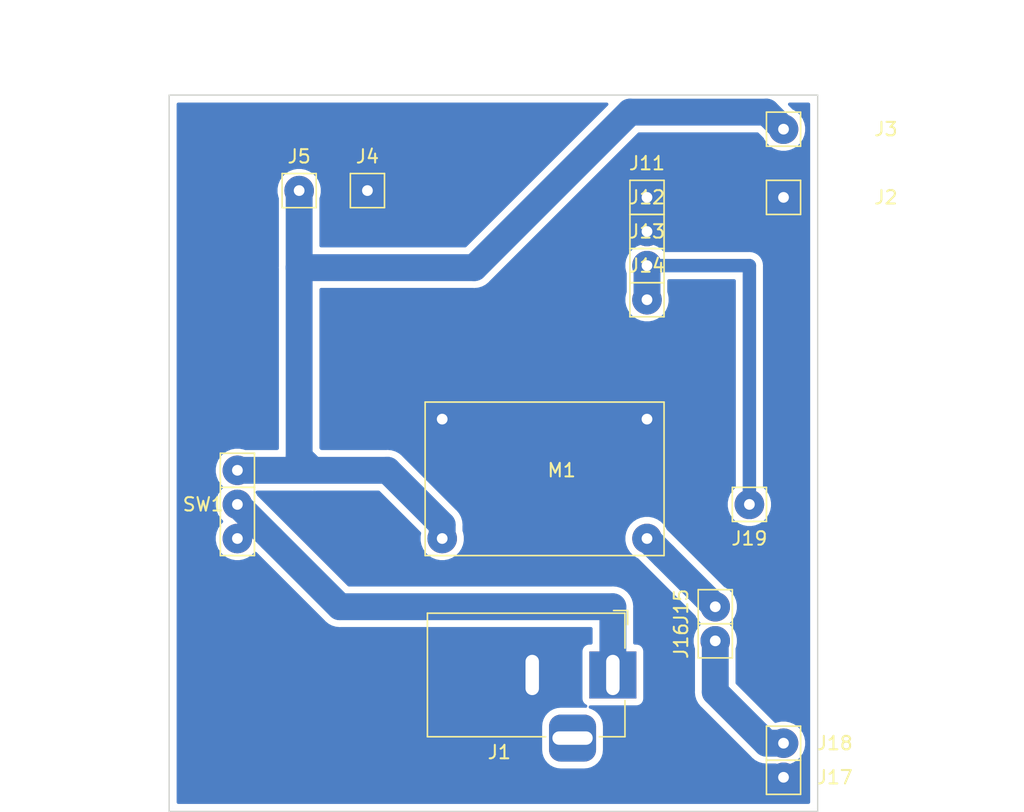
<source format=kicad_pcb>
(kicad_pcb (version 20171130) (host pcbnew "(5.1.6)-1")

  (general
    (thickness 1.6)
    (drawings 42)
    (tracks 24)
    (zones 0)
    (modules 16)
    (nets 7)
  )

  (page A4)
  (layers
    (0 F.Cu signal)
    (31 B.Cu signal)
    (32 B.Adhes user hide)
    (33 F.Adhes user hide)
    (34 B.Paste user hide)
    (35 F.Paste user hide)
    (36 B.SilkS user hide)
    (37 F.SilkS user)
    (38 B.Mask user hide)
    (39 F.Mask user hide)
    (40 Dwgs.User user)
    (41 Cmts.User user)
    (42 Eco1.User user hide)
    (43 Eco2.User user hide)
    (44 Edge.Cuts user)
    (45 Margin user hide)
    (46 B.CrtYd user hide)
    (47 F.CrtYd user hide)
    (48 B.Fab user hide)
    (49 F.Fab user hide)
  )

  (setup
    (last_trace_width 0.25)
    (user_trace_width 0.5)
    (user_trace_width 1)
    (user_trace_width 2)
    (user_trace_width 2.4)
    (trace_clearance 0.2)
    (zone_clearance 0.508)
    (zone_45_only no)
    (trace_min 0.2)
    (via_size 0.8)
    (via_drill 0.4)
    (via_min_size 0.4)
    (via_min_drill 0.3)
    (user_via 1.6 0.8)
    (uvia_size 0.3)
    (uvia_drill 0.1)
    (uvias_allowed no)
    (uvia_min_size 0.2)
    (uvia_min_drill 0.1)
    (edge_width 0.1)
    (segment_width 0.2)
    (pcb_text_width 0.3)
    (pcb_text_size 1.5 1.5)
    (mod_edge_width 0.15)
    (mod_text_size 1 1)
    (mod_text_width 0.15)
    (pad_size 1.7 1.7)
    (pad_drill 1)
    (pad_to_mask_clearance 0)
    (aux_axis_origin 0 0)
    (visible_elements 7FFFFFFF)
    (pcbplotparams
      (layerselection 0x01000_fffffffe)
      (usegerberextensions false)
      (usegerberattributes true)
      (usegerberadvancedattributes true)
      (creategerberjobfile false)
      (excludeedgelayer true)
      (linewidth 0.100000)
      (plotframeref false)
      (viasonmask false)
      (mode 1)
      (useauxorigin false)
      (hpglpennumber 1)
      (hpglpenspeed 20)
      (hpglpendiameter 15.000000)
      (psnegative false)
      (psa4output false)
      (plotreference true)
      (plotvalue true)
      (plotinvisibletext false)
      (padsonsilk false)
      (subtractmaskfromsilk false)
      (outputformat 1)
      (mirror false)
      (drillshape 0)
      (scaleselection 1)
      (outputdirectory "plot/"))
  )

  (net 0 "")
  (net 1 "Net-(J13-Pad1)")
  (net 2 "Net-(J15-Pad1)")
  (net 3 "Net-(J1-Pad2)")
  (net 4 "Net-(J1-Pad1)")
  (net 5 "Net-(J16-Pad1)")
  (net 6 "Net-(J3-Pad1)")

  (net_class Default "This is the default net class."
    (clearance 0.2)
    (trace_width 0.25)
    (via_dia 0.8)
    (via_drill 0.4)
    (uvia_dia 0.3)
    (uvia_drill 0.1)
    (add_net "Net-(J1-Pad1)")
    (add_net "Net-(J1-Pad2)")
    (add_net "Net-(J13-Pad1)")
    (add_net "Net-(J15-Pad1)")
    (add_net "Net-(J16-Pad1)")
    (add_net "Net-(J3-Pad1)")
  )

  (module cnc3018-PCB:BUCK01 (layer F.Cu) (tedit 61564D46) (tstamp 61562092)
    (at 25.4 -29.21)
    (path /6126666F)
    (fp_text reference M1 (at 3.81 3.81) (layer F.SilkS)
      (effects (font (size 1 1) (thickness 0.15)))
    )
    (fp_text value BUCK01 (at 3.81 1.27) (layer F.Fab)
      (effects (font (size 1 1) (thickness 0.15)))
    )
    (fp_line (start 11.43 -1.27) (end -6.35 -1.27) (layer F.SilkS) (width 0.12))
    (fp_line (start 11.43 10.16) (end 11.43 -1.27) (layer F.SilkS) (width 0.12))
    (fp_line (start -6.35 10.16) (end 11.43 10.16) (layer F.SilkS) (width 0.12))
    (fp_line (start -6.35 -1.27) (end -6.35 10.16) (layer F.SilkS) (width 0.12))
    (pad 4 thru_hole circle (at -5.08 8.89) (size 2.2 2.2) (drill 0.8) (layers *.Cu *.Mask)
      (net 6 "Net-(J3-Pad1)"))
    (pad 3 thru_hole circle (at 10.16 8.89) (size 2.2 2.2) (drill 0.8) (layers *.Cu *.Mask)
      (net 2 "Net-(J15-Pad1)"))
    (pad 2 thru_hole circle (at 10.16 0) (size 2.2 2.2) (drill 0.8) (layers *.Cu *.Mask)
      (net 3 "Net-(J1-Pad2)"))
    (pad 1 thru_hole circle (at -5.08 0) (size 2.2 2.2) (drill 0.8) (layers *.Cu *.Mask)
      (net 3 "Net-(J1-Pad2)"))
  )

  (module cnc3018-PCB:myBarrelJack (layer F.Cu) (tedit 61402826) (tstamp 61561F82)
    (at 33.02 -10.16)
    (descr "DC Barrel Jack")
    (tags "Power Jack")
    (path /615A9026)
    (fp_text reference J1 (at -8.45 5.75) (layer F.SilkS)
      (effects (font (size 1 1) (thickness 0.15)))
    )
    (fp_text value Jack-DC (at -6.2 -5.5) (layer F.Fab)
      (effects (font (size 1 1) (thickness 0.15)))
    )
    (fp_line (start 0 -4.5) (end -13.7 -4.5) (layer F.Fab) (width 0.1))
    (fp_line (start 0.8 4.5) (end 0.8 -3.75) (layer F.Fab) (width 0.1))
    (fp_line (start -13.7 4.5) (end 0.8 4.5) (layer F.Fab) (width 0.1))
    (fp_line (start -13.7 -4.5) (end -13.7 4.5) (layer F.Fab) (width 0.1))
    (fp_line (start -10.2 -4.5) (end -10.2 4.5) (layer F.Fab) (width 0.1))
    (fp_line (start 0.9 -4.6) (end 0.9 -2) (layer F.SilkS) (width 0.12))
    (fp_line (start -13.8 -4.6) (end 0.9 -4.6) (layer F.SilkS) (width 0.12))
    (fp_line (start 0.9 4.6) (end -1 4.6) (layer F.SilkS) (width 0.12))
    (fp_line (start 0.9 1.9) (end 0.9 4.6) (layer F.SilkS) (width 0.12))
    (fp_line (start -13.8 4.6) (end -13.8 -4.6) (layer F.SilkS) (width 0.12))
    (fp_line (start -5 4.6) (end -13.8 4.6) (layer F.SilkS) (width 0.12))
    (fp_line (start -14 4.75) (end -14 -4.75) (layer F.CrtYd) (width 0.05))
    (fp_line (start -5 4.75) (end -14 4.75) (layer F.CrtYd) (width 0.05))
    (fp_line (start -5 6.75) (end -5 4.75) (layer F.CrtYd) (width 0.05))
    (fp_line (start -1 6.75) (end -5 6.75) (layer F.CrtYd) (width 0.05))
    (fp_line (start -1 4.75) (end -1 6.75) (layer F.CrtYd) (width 0.05))
    (fp_line (start 1 4.75) (end -1 4.75) (layer F.CrtYd) (width 0.05))
    (fp_line (start 1 2) (end 1 4.75) (layer F.CrtYd) (width 0.05))
    (fp_line (start 2 2) (end 1 2) (layer F.CrtYd) (width 0.05))
    (fp_line (start 2 -2) (end 2 2) (layer F.CrtYd) (width 0.05))
    (fp_line (start 1 -2) (end 2 -2) (layer F.CrtYd) (width 0.05))
    (fp_line (start 1 -4.5) (end 1 -2) (layer F.CrtYd) (width 0.05))
    (fp_line (start 1 -4.75) (end -14 -4.75) (layer F.CrtYd) (width 0.05))
    (fp_line (start 1 -4.5) (end 1 -4.75) (layer F.CrtYd) (width 0.05))
    (fp_line (start 0.05 -4.8) (end 1.1 -4.8) (layer F.SilkS) (width 0.12))
    (fp_line (start 1.1 -3.75) (end 1.1 -4.8) (layer F.SilkS) (width 0.12))
    (fp_line (start -0.003213 -4.505425) (end 0.8 -3.75) (layer F.Fab) (width 0.1))
    (fp_text user %R (at -3 -2.95) (layer F.Fab)
      (effects (font (size 1 1) (thickness 0.15)))
    )
    (pad 1 thru_hole rect (at 0 0) (size 3.5 3.5) (drill oval 1 3) (layers *.Cu *.Mask)
      (net 4 "Net-(J1-Pad1)"))
    (pad 2 thru_hole roundrect (at -6 0) (size 3 3.5) (drill oval 1 3) (layers *.Cu *.Mask) (roundrect_rratio 0.25)
      (net 3 "Net-(J1-Pad2)"))
    (pad 3 thru_hole roundrect (at -3 4.7) (size 3.5 3.5) (drill oval 3 1) (layers *.Cu *.Mask) (roundrect_rratio 0.25))
    (model ${KISYS3DMOD}/Connector_BarrelJack.3dshapes/BarrelJack_Horizontal.wrl
      (at (xyz 0 0 0))
      (scale (xyz 1 1 1))
      (rotate (xyz 0 0 0))
    )
  )

  (module cnc3018-PCB:my1pin (layer F.Cu) (tedit 612C312C) (tstamp 615645C5)
    (at 45.72 -45.72)
    (path /61565C06)
    (fp_text reference J2 (at 7.62 0) (layer F.SilkS)
      (effects (font (size 1 1) (thickness 0.15)))
    )
    (fp_text value 24V- (at 0 -2.54) (layer F.Fab)
      (effects (font (size 1 1) (thickness 0.15)))
    )
    (fp_line (start 1.27 1.27) (end 1.27 -1.27) (layer F.SilkS) (width 0.12))
    (fp_line (start -1.27 1.27) (end 1.27 1.27) (layer F.SilkS) (width 0.12))
    (fp_line (start -1.27 -1.27) (end -1.27 1.27) (layer F.SilkS) (width 0.12))
    (fp_line (start -1.27 -1.27) (end 1.27 -1.27) (layer F.SilkS) (width 0.12))
    (pad 1 thru_hole circle (at 0 0) (size 2.2 2.2) (drill 0.8) (layers *.Cu *.Mask)
      (net 3 "Net-(J1-Pad2)"))
  )

  (module cnc3018-PCB:my1pin (layer F.Cu) (tedit 612C312C) (tstamp 615645CD)
    (at 45.72 -50.8)
    (path /61565C0C)
    (fp_text reference J3 (at 7.62 0) (layer F.SilkS)
      (effects (font (size 1 1) (thickness 0.15)))
    )
    (fp_text value 24V+ (at 0 -2.54) (layer F.Fab)
      (effects (font (size 1 1) (thickness 0.15)))
    )
    (fp_line (start -1.27 -1.27) (end 1.27 -1.27) (layer F.SilkS) (width 0.12))
    (fp_line (start -1.27 -1.27) (end -1.27 1.27) (layer F.SilkS) (width 0.12))
    (fp_line (start -1.27 1.27) (end 1.27 1.27) (layer F.SilkS) (width 0.12))
    (fp_line (start 1.27 1.27) (end 1.27 -1.27) (layer F.SilkS) (width 0.12))
    (pad 1 thru_hole circle (at 0 0) (size 2.2 2.2) (drill 0.8) (layers *.Cu *.Mask)
      (net 6 "Net-(J3-Pad1)"))
  )

  (module cnc3018-PCB:my1pin (layer F.Cu) (tedit 612C312C) (tstamp 615645D5)
    (at 14.756 -46.228 180)
    (path /6159C2FC)
    (fp_text reference J4 (at 0 2.54) (layer F.SilkS)
      (effects (font (size 1 1) (thickness 0.15)))
    )
    (fp_text value SP_BOARD- (at 0 -2.54) (layer F.Fab)
      (effects (font (size 1 1) (thickness 0.15)))
    )
    (fp_line (start 1.27 1.27) (end 1.27 -1.27) (layer F.SilkS) (width 0.12))
    (fp_line (start -1.27 1.27) (end 1.27 1.27) (layer F.SilkS) (width 0.12))
    (fp_line (start -1.27 -1.27) (end -1.27 1.27) (layer F.SilkS) (width 0.12))
    (fp_line (start -1.27 -1.27) (end 1.27 -1.27) (layer F.SilkS) (width 0.12))
    (pad 1 thru_hole circle (at 0 0 180) (size 2.2 2.2) (drill 0.8) (layers *.Cu *.Mask)
      (net 3 "Net-(J1-Pad2)"))
  )

  (module cnc3018-PCB:my1pin (layer F.Cu) (tedit 612C312C) (tstamp 615645DD)
    (at 9.676 -46.228 180)
    (path /6159C302)
    (fp_text reference J5 (at 0 2.54) (layer F.SilkS)
      (effects (font (size 1 1) (thickness 0.15)))
    )
    (fp_text value SP_BOARD+ (at 0 -2.54) (layer F.Fab)
      (effects (font (size 1 1) (thickness 0.15)))
    )
    (fp_line (start 1.27 1.27) (end 1.27 -1.27) (layer F.SilkS) (width 0.12))
    (fp_line (start -1.27 1.27) (end 1.27 1.27) (layer F.SilkS) (width 0.12))
    (fp_line (start -1.27 -1.27) (end -1.27 1.27) (layer F.SilkS) (width 0.12))
    (fp_line (start -1.27 -1.27) (end 1.27 -1.27) (layer F.SilkS) (width 0.12))
    (pad 1 thru_hole circle (at 0 0 180) (size 2.2 2.2) (drill 0.8) (layers *.Cu *.Mask)
      (net 6 "Net-(J3-Pad1)"))
  )

  (module cnc3018-PCB:my1pin (layer F.Cu) (tedit 612C312C) (tstamp 6156460D)
    (at 35.56 -45.72 180)
    (path /615C1639)
    (fp_text reference J11 (at 0 2.54) (layer F.SilkS)
      (effects (font (size 1 1) (thickness 0.15)))
    )
    (fp_text value SPWM_GND (at 0 -2.54) (layer F.Fab)
      (effects (font (size 1 1) (thickness 0.15)))
    )
    (fp_line (start -1.27 -1.27) (end 1.27 -1.27) (layer F.SilkS) (width 0.12))
    (fp_line (start -1.27 -1.27) (end -1.27 1.27) (layer F.SilkS) (width 0.12))
    (fp_line (start -1.27 1.27) (end 1.27 1.27) (layer F.SilkS) (width 0.12))
    (fp_line (start 1.27 1.27) (end 1.27 -1.27) (layer F.SilkS) (width 0.12))
    (pad 1 thru_hole circle (at 0 0 180) (size 2.2 2.2) (drill 0.8) (layers *.Cu *.Mask)
      (net 3 "Net-(J1-Pad2)"))
  )

  (module cnc3018-PCB:my1pin (layer F.Cu) (tedit 612C312C) (tstamp 61564615)
    (at 35.56 -43.18 180)
    (path /6159DA8A)
    (fp_text reference J12 (at 0 2.54) (layer F.SilkS)
      (effects (font (size 1 1) (thickness 0.15)))
    )
    (fp_text value SPWM_GND (at 0 -2.54) (layer F.Fab)
      (effects (font (size 1 1) (thickness 0.15)))
    )
    (fp_line (start -1.27 -1.27) (end 1.27 -1.27) (layer F.SilkS) (width 0.12))
    (fp_line (start -1.27 -1.27) (end -1.27 1.27) (layer F.SilkS) (width 0.12))
    (fp_line (start -1.27 1.27) (end 1.27 1.27) (layer F.SilkS) (width 0.12))
    (fp_line (start 1.27 1.27) (end 1.27 -1.27) (layer F.SilkS) (width 0.12))
    (pad 1 thru_hole circle (at 0 0 180) (size 2.2 2.2) (drill 0.8) (layers *.Cu *.Mask)
      (net 3 "Net-(J1-Pad2)"))
  )

  (module cnc3018-PCB:my1pin (layer F.Cu) (tedit 612C312C) (tstamp 6156461D)
    (at 35.56 -40.64 180)
    (path /6159DA90)
    (fp_text reference J13 (at 0 2.54) (layer F.SilkS)
      (effects (font (size 1 1) (thickness 0.15)))
    )
    (fp_text value SPWM (at 0 -2.54) (layer F.Fab)
      (effects (font (size 1 1) (thickness 0.15)))
    )
    (fp_line (start -1.27 -1.27) (end 1.27 -1.27) (layer F.SilkS) (width 0.12))
    (fp_line (start -1.27 -1.27) (end -1.27 1.27) (layer F.SilkS) (width 0.12))
    (fp_line (start -1.27 1.27) (end 1.27 1.27) (layer F.SilkS) (width 0.12))
    (fp_line (start 1.27 1.27) (end 1.27 -1.27) (layer F.SilkS) (width 0.12))
    (pad 1 thru_hole circle (at 0 0 180) (size 2.2 2.2) (drill 0.8) (layers *.Cu *.Mask)
      (net 1 "Net-(J13-Pad1)"))
  )

  (module cnc3018-PCB:my1pin (layer F.Cu) (tedit 612C312C) (tstamp 61564625)
    (at 35.56 -38.1 180)
    (path /615C18E7)
    (fp_text reference J14 (at 0 2.54) (layer F.SilkS)
      (effects (font (size 1 1) (thickness 0.15)))
    )
    (fp_text value SPWM (at 0 -2.54) (layer F.Fab)
      (effects (font (size 1 1) (thickness 0.15)))
    )
    (fp_line (start 1.27 1.27) (end 1.27 -1.27) (layer F.SilkS) (width 0.12))
    (fp_line (start -1.27 1.27) (end 1.27 1.27) (layer F.SilkS) (width 0.12))
    (fp_line (start -1.27 -1.27) (end -1.27 1.27) (layer F.SilkS) (width 0.12))
    (fp_line (start -1.27 -1.27) (end 1.27 -1.27) (layer F.SilkS) (width 0.12))
    (pad 1 thru_hole circle (at 0 0 180) (size 2.2 2.2) (drill 0.8) (layers *.Cu *.Mask)
      (net 1 "Net-(J13-Pad1)"))
  )

  (module cnc3018-PCB:my1pin (layer F.Cu) (tedit 612C312C) (tstamp 6156462D)
    (at 40.64 -15.24 270)
    (path /614F64F1)
    (fp_text reference J15 (at 0 2.54 90) (layer F.SilkS)
      (effects (font (size 1 1) (thickness 0.15)))
    )
    (fp_text value JMP1 (at 0 -2.54 90) (layer F.Fab)
      (effects (font (size 1 1) (thickness 0.15)))
    )
    (fp_line (start -1.27 -1.27) (end 1.27 -1.27) (layer F.SilkS) (width 0.12))
    (fp_line (start -1.27 -1.27) (end -1.27 1.27) (layer F.SilkS) (width 0.12))
    (fp_line (start -1.27 1.27) (end 1.27 1.27) (layer F.SilkS) (width 0.12))
    (fp_line (start 1.27 1.27) (end 1.27 -1.27) (layer F.SilkS) (width 0.12))
    (pad 1 thru_hole circle (at 0 0 270) (size 2.2 2.2) (drill 0.8) (layers *.Cu *.Mask)
      (net 2 "Net-(J15-Pad1)"))
  )

  (module cnc3018-PCB:my1pin (layer F.Cu) (tedit 612C312C) (tstamp 61564635)
    (at 40.64 -12.7 270)
    (path /614F64EB)
    (fp_text reference J16 (at 0 2.54 90) (layer F.SilkS)
      (effects (font (size 1 1) (thickness 0.15)))
    )
    (fp_text value JMP2 (at 0 -2.54 90) (layer F.Fab)
      (effects (font (size 1 1) (thickness 0.15)))
    )
    (fp_line (start 1.27 1.27) (end 1.27 -1.27) (layer F.SilkS) (width 0.12))
    (fp_line (start -1.27 1.27) (end 1.27 1.27) (layer F.SilkS) (width 0.12))
    (fp_line (start -1.27 -1.27) (end -1.27 1.27) (layer F.SilkS) (width 0.12))
    (fp_line (start -1.27 -1.27) (end 1.27 -1.27) (layer F.SilkS) (width 0.12))
    (pad 1 thru_hole circle (at 0 0 270) (size 2.2 2.2) (drill 0.8) (layers *.Cu *.Mask)
      (net 5 "Net-(J16-Pad1)"))
  )

  (module cnc3018-PCB:my1pin (layer F.Cu) (tedit 612C312C) (tstamp 6156463D)
    (at 45.72 -2.54)
    (path /61268C01)
    (fp_text reference J17 (at 3.81 0) (layer F.SilkS)
      (effects (font (size 1 1) (thickness 0.15)))
    )
    (fp_text value OUT- (at 0 -2.54) (layer F.Fab)
      (effects (font (size 1 1) (thickness 0.15)))
    )
    (fp_line (start 1.27 1.27) (end 1.27 -1.27) (layer F.SilkS) (width 0.12))
    (fp_line (start -1.27 1.27) (end 1.27 1.27) (layer F.SilkS) (width 0.12))
    (fp_line (start -1.27 -1.27) (end -1.27 1.27) (layer F.SilkS) (width 0.12))
    (fp_line (start -1.27 -1.27) (end 1.27 -1.27) (layer F.SilkS) (width 0.12))
    (pad 1 thru_hole circle (at 0 0) (size 2.2 2.2) (drill 0.8) (layers *.Cu *.Mask)
      (net 3 "Net-(J1-Pad2)"))
  )

  (module cnc3018-PCB:my1pin (layer F.Cu) (tedit 612C312C) (tstamp 61564645)
    (at 45.72 -5.08)
    (path /61268C07)
    (fp_text reference J18 (at 3.81 0) (layer F.SilkS)
      (effects (font (size 1 1) (thickness 0.15)))
    )
    (fp_text value OUT+ (at 0 -2.54) (layer F.Fab)
      (effects (font (size 1 1) (thickness 0.15)))
    )
    (fp_line (start -1.27 -1.27) (end 1.27 -1.27) (layer F.SilkS) (width 0.12))
    (fp_line (start -1.27 -1.27) (end -1.27 1.27) (layer F.SilkS) (width 0.12))
    (fp_line (start -1.27 1.27) (end 1.27 1.27) (layer F.SilkS) (width 0.12))
    (fp_line (start 1.27 1.27) (end 1.27 -1.27) (layer F.SilkS) (width 0.12))
    (pad 1 thru_hole circle (at 0 0) (size 2.2 2.2) (drill 0.8) (layers *.Cu *.Mask)
      (net 5 "Net-(J16-Pad1)"))
  )

  (module cnc3018-PCB:my1pin (layer F.Cu) (tedit 612C312C) (tstamp 6156464D)
    (at 43.18 -22.86)
    (path /6150CB76)
    (fp_text reference J19 (at 0 2.54) (layer F.SilkS)
      (effects (font (size 1 1) (thickness 0.15)))
    )
    (fp_text value PWM (at 0 -2.54) (layer F.Fab)
      (effects (font (size 1 1) (thickness 0.15)))
    )
    (fp_line (start 1.27 1.27) (end 1.27 -1.27) (layer F.SilkS) (width 0.12))
    (fp_line (start -1.27 1.27) (end 1.27 1.27) (layer F.SilkS) (width 0.12))
    (fp_line (start -1.27 -1.27) (end -1.27 1.27) (layer F.SilkS) (width 0.12))
    (fp_line (start -1.27 -1.27) (end 1.27 -1.27) (layer F.SilkS) (width 0.12))
    (pad 1 thru_hole circle (at 0 0) (size 2.2 2.2) (drill 0.8) (layers *.Cu *.Mask)
      (net 1 "Net-(J13-Pad1)"))
  )

  (module cnc3018-PCB:my3pin (layer F.Cu) (tedit 612C3136) (tstamp 6156465D)
    (at 5.08 -22.86 270)
    (path /61347CC2)
    (fp_text reference SW1 (at 0 2.54) (layer F.SilkS)
      (effects (font (size 1 1) (thickness 0.15)))
    )
    (fp_text value ON_OFF (at 0 -2.54 90) (layer F.Fab)
      (effects (font (size 1 1) (thickness 0.15)))
    )
    (fp_line (start -3.81 -1.27) (end -3.81 1.27) (layer F.SilkS) (width 0.12))
    (fp_line (start -3.81 -1.27) (end -1.27 -1.27) (layer F.SilkS) (width 0.12))
    (fp_line (start -1.27 -1.27) (end -1.27 1.27) (layer F.SilkS) (width 0.12))
    (fp_line (start 3.81 1.27) (end 3.81 -1.27) (layer F.SilkS) (width 0.12))
    (fp_line (start -3.81 1.27) (end 3.81 1.27) (layer F.SilkS) (width 0.12))
    (fp_line (start -1.27 -1.27) (end 3.81 -1.27) (layer F.SilkS) (width 0.12))
    (pad 1 thru_hole circle (at -2.54 0 270) (size 2.2 2.2) (drill 0.8) (layers *.Cu *.Mask)
      (net 6 "Net-(J3-Pad1)"))
    (pad 2 thru_hole circle (at 0 0 270) (size 2.2 2.2) (drill 0.8) (layers *.Cu *.Mask)
      (net 4 "Net-(J1-Pad1)"))
    (pad 3 thru_hole circle (at 2.54 0 270) (size 2.2 2.2) (drill 0.8) (layers *.Cu *.Mask))
  )

  (dimension 38.116013 (width 0.15) (layer Dwgs.User)
    (gr_text "38.116 mm" (at 19.065035 -57.164005 -0.04810222777) (layer Dwgs.User) (tstamp 616B2173)
      (effects (font (size 1 1) (thickness 0.15)))
    )
    (feature1 (pts (xy 0 -48.8) (xy 0.006436 -56.466425)))
    (feature2 (pts (xy 38.116 -48.768) (xy 38.122436 -56.434425)))
    (crossbar (pts (xy 38.121944 -55.848005) (xy 0.005944 -55.880005)))
    (arrow1a (pts (xy 0.005944 -55.880005) (xy 1.13294 -56.46548)))
    (arrow1b (pts (xy 0.005944 -55.880005) (xy 1.131955 -55.292639)))
    (arrow2a (pts (xy 38.121944 -55.848005) (xy 36.995933 -56.435371)))
    (arrow2b (pts (xy 38.121944 -55.848005) (xy 36.994948 -55.26253)))
  )
  (dimension 2.54 (width 0.15) (layer Dwgs.User)
    (gr_text "2.540 mm" (at 1.27 -59.72) (layer Dwgs.User) (tstamp 616B21A9)
      (effects (font (size 1 1) (thickness 0.15)))
    )
    (feature1 (pts (xy 0 -50.8) (xy 0 -59.006421)))
    (feature2 (pts (xy 2.54 -50.8) (xy 2.54 -59.006421)))
    (crossbar (pts (xy 2.54 -58.42) (xy 0 -58.42)))
    (arrow1a (pts (xy 0 -58.42) (xy 1.126504 -59.006421)))
    (arrow1b (pts (xy 0 -58.42) (xy 1.126504 -57.833579)))
    (arrow2a (pts (xy 2.54 -58.42) (xy 1.413496 -59.006421)))
    (arrow2b (pts (xy 2.54 -58.42) (xy 1.413496 -57.833579)))
  )
  (dimension 48.768003 (width 0.15) (layer Dwgs.User)
    (gr_text "48.768 mm" (at 62.252001 -24.376406 89.98120217) (layer Dwgs.User)
      (effects (font (size 1 1) (thickness 0.15)))
    )
    (feature1 (pts (xy 39.1 0) (xy 61.530422 0.007359)))
    (feature2 (pts (xy 39.116 -48.768) (xy 61.546422 -48.760641)))
    (crossbar (pts (xy 60.960001 -48.760833) (xy 60.944001 0.007167)))
    (arrow1a (pts (xy 60.944001 0.007167) (xy 60.35795 -1.119529)))
    (arrow1b (pts (xy 60.944001 0.007167) (xy 61.530791 -1.119144)))
    (arrow2a (pts (xy 60.960001 -48.760833) (xy 60.373211 -47.634522)))
    (arrow2b (pts (xy 60.960001 -48.760833) (xy 61.546052 -47.634137)))
  )
  (dimension 35.560099 (width 0.15) (layer Dwgs.User)
    (gr_text "35.560 mm" (at 54.682045 -17.816671 270.1353441) (layer Dwgs.User)
      (effects (font (size 1 1) (thickness 0.15)))
    )
    (feature1 (pts (xy 39.2 0) (xy 54.010468 -0.034985)))
    (feature2 (pts (xy 39.116 -35.56) (xy 53.926468 -35.594985)))
    (crossbar (pts (xy 53.340049 -35.5936) (xy 53.424049 -0.0336)))
    (arrow1a (pts (xy 53.424049 -0.0336) (xy 52.834969 -1.158715)))
    (arrow1b (pts (xy 53.424049 -0.0336) (xy 54.007807 -1.161486)))
    (arrow2a (pts (xy 53.340049 -35.5936) (xy 52.756291 -34.465714)))
    (arrow2b (pts (xy 53.340049 -35.5936) (xy 53.929129 -34.468485)))
  )
  (dimension 50.8 (width 0.15) (layer Dwgs.User)
    (gr_text "50.800 mm" (at -5.11 -25.4 270) (layer Dwgs.User)
      (effects (font (size 1 1) (thickness 0.15)))
    )
    (feature1 (pts (xy 2.54 0) (xy -4.396421 0)))
    (feature2 (pts (xy 2.54 -50.8) (xy -4.396421 -50.8)))
    (crossbar (pts (xy -3.81 -50.8) (xy -3.81 0)))
    (arrow1a (pts (xy -3.81 0) (xy -4.396421 -1.126504)))
    (arrow1b (pts (xy -3.81 0) (xy -3.223579 -1.126504)))
    (arrow2a (pts (xy -3.81 -50.8) (xy -4.396421 -49.673496)))
    (arrow2b (pts (xy -3.81 -50.8) (xy -3.223579 -49.673496)))
  )
  (dimension 2.54 (width 0.15) (layer Dwgs.User)
    (gr_text "2.540 mm" (at -8.92 -1.27 270) (layer Dwgs.User)
      (effects (font (size 1 1) (thickness 0.15)))
    )
    (feature1 (pts (xy 2.54 0) (xy -8.206421 0)))
    (feature2 (pts (xy 2.54 -2.54) (xy -8.206421 -2.54)))
    (crossbar (pts (xy -7.62 -2.54) (xy -7.62 0)))
    (arrow1a (pts (xy -7.62 0) (xy -8.206421 -1.126504)))
    (arrow1b (pts (xy -7.62 0) (xy -7.033579 -1.126504)))
    (arrow2a (pts (xy -7.62 -2.54) (xy -8.206421 -1.413496)))
    (arrow2b (pts (xy -7.62 -2.54) (xy -7.033579 -1.413496)))
  )
  (gr_circle (center 38.116 -35.56) (end 38.624 -34.544) (layer Dwgs.User) (width 0.15))
  (gr_circle (center 38.116 -48.768) (end 38.624 -49.784) (layer Dwgs.User) (width 0.15))
  (gr_circle (center 2.54 -2.54) (end 2.54 -3.81) (layer Dwgs.User) (width 0.15))
  (gr_circle (center 2.54 -50.8) (end 2.54 -49.53) (layer Dwgs.User) (width 0.15))
  (gr_line (start 48.26 -30.48) (end 49.53 -30.48) (layer Dwgs.User) (width 0.15))
  (gr_line (start 48.26 -50.8) (end 49.53 -50.8) (layer Dwgs.User) (width 0.15) (tstamp 612436F0))
  (gr_line (start 48.26 -48.26) (end 49.53 -48.26) (layer Dwgs.User) (width 0.15) (tstamp 612436F1))
  (gr_line (start 48.26 -38.1) (end 49.53 -38.1) (layer Dwgs.User) (width 0.15))
  (gr_line (start 48.26 -33.02) (end 49.53 -33.02) (layer Dwgs.User) (width 0.15))
  (gr_line (start 48.26 -40.64) (end 50.8 -40.64) (layer Dwgs.User) (width 0.15))
  (gr_line (start 48.26 -45.72) (end 49.53 -45.72) (layer Dwgs.User) (width 0.15) (tstamp 612436F2))
  (gr_line (start 48.26 -35.56) (end 49.53 -35.56) (layer Dwgs.User) (width 0.15))
  (gr_line (start 48.26 -43.18) (end 49.53 -43.18) (layer Dwgs.User) (width 0.15))
  (gr_line (start 48.26 -25.4) (end 49.53 -25.4) (layer Dwgs.User) (width 0.15))
  (gr_line (start 48.26 -22.86) (end 49.53 -22.86) (layer Dwgs.User) (width 0.15))
  (gr_line (start 48.26 -20.32) (end 49.53 -20.32) (layer Dwgs.User) (width 0.15))
  (gr_line (start 48.26 -5.08) (end 49.53 -5.08) (layer Dwgs.User) (width 0.15))
  (gr_line (start 49.53 -15.24) (end 50.8 -15.24) (layer Dwgs.User) (width 0.15))
  (gr_line (start 48.26 -7.62) (end 49.53 -7.62) (layer Dwgs.User) (width 0.15))
  (gr_line (start 40.64 -33.655) (end 7.62 -33.655) (layer Dwgs.User) (width 0.15))
  (gr_line (start 48.26 -15.24) (end 49.53 -15.24) (layer Dwgs.User) (width 0.15))
  (gr_line (start 40.64 -50.673) (end 40.64 -33.655) (layer Dwgs.User) (width 0.15) (tstamp 615610E4))
  (gr_line (start 48.26 -12.7) (end 49.53 -12.7) (layer Dwgs.User) (width 0.15))
  (gr_line (start 40.64 -50.673) (end 7.64 -50.673) (layer Dwgs.User) (width 0.15))
  (gr_line (start 7.64 -33.68) (end 7.64 -49.02) (layer Dwgs.User) (width 0.15) (tstamp 615610E8))
  (gr_circle (center 35.56 -40.64) (end 34.925 -41.275) (layer Dwgs.User) (width 0.15))
  (gr_circle (center 35.56 -38.1) (end 34.925 -38.735) (layer Dwgs.User) (width 0.15))
  (gr_line (start 48.26 -17.78) (end 49.53 -17.78) (layer Dwgs.User) (width 0.15))
  (gr_line (start 48.26 -10.16) (end 49.53 -10.16) (layer Dwgs.User) (width 0.15))
  (gr_circle (center 35.56 -45.72) (end 34.925 -46.355) (layer Dwgs.User) (width 0.15))
  (gr_line (start 48.26 -53.34) (end 48.26 0) (layer Edge.Cuts) (width 0.1))
  (gr_circle (center 35.56 -43.18) (end 34.925 -43.815) (layer Dwgs.User) (width 0.15))
  (gr_line (start 0 -53.34) (end 48.26 -53.34) (layer Edge.Cuts) (width 0.1) (tstamp 61564816))
  (gr_line (start 0 -53.34) (end 0 0) (layer Edge.Cuts) (width 0.1))
  (gr_line (start 48.26 0) (end 0 0) (layer Edge.Cuts) (width 0.1) (tstamp 61564815))
  (gr_line (start 7.64 -49.02) (end 7.64 -50.673) (layer Dwgs.User) (width 0.15) (tstamp 61561121))

  (segment (start 35.56 -38.1) (end 35.56 -40.64) (width 2) (layer B.Cu) (net 1))
  (segment (start 43.18 -22.86) (end 43.18 -40.64) (width 1) (layer B.Cu) (net 1))
  (segment (start 43.18 -40.64) (end 35.56 -40.64) (width 1) (layer B.Cu) (net 1))
  (segment (start 36.83 -19.05) (end 40.64 -15.24) (width 2) (layer B.Cu) (net 2))
  (segment (start 36.83 -19.05) (end 35.56 -20.32) (width 2) (layer B.Cu) (net 2))
  (segment (start 33.02 -10.16) (end 33.02 -15.24) (width 2) (layer B.Cu) (net 4))
  (segment (start 33.02 -15.24) (end 12.7 -15.24) (width 2) (layer B.Cu) (net 4))
  (segment (start 12.7 -15.24) (end 7.62 -20.32) (width 2) (layer B.Cu) (net 4))
  (segment (start 7.62 -20.32) (end 5.08 -22.86) (width 2) (layer B.Cu) (net 4))
  (segment (start 40.64 -12.7) (end 40.64 -8.89) (width 2) (layer B.Cu) (net 5))
  (segment (start 40.64 -8.89) (end 44.45 -5.08) (width 2) (layer B.Cu) (net 5))
  (segment (start 44.45 -5.08) (end 45.72 -5.08) (width 2) (layer B.Cu) (net 5))
  (segment (start 20.32 -21.336) (end 16.256 -25.4) (width 2) (layer B.Cu) (net 6))
  (segment (start 10.16 -25.908) (end 10.668 -25.4) (width 2) (layer B.Cu) (net 6))
  (segment (start 16.256 -25.4) (end 10.668 -25.4) (width 2) (layer B.Cu) (net 6))
  (segment (start 10.668 -25.4) (end 5.08 -25.4) (width 2) (layer B.Cu) (net 6))
  (segment (start 20.32 -20.32) (end 20.32 -21.336) (width 2) (layer B.Cu) (net 6))
  (segment (start 9.676 -26.392) (end 10.668 -25.4) (width 2) (layer B.Cu) (net 6))
  (segment (start 9.676 -40.489) (end 9.676 -26.392) (width 2) (layer B.Cu) (net 6))
  (segment (start 9.676 -46.228) (end 9.676 -40.489) (width 2) (layer B.Cu) (net 6))
  (segment (start 44.45 -52.07) (end 45.72 -50.8) (width 2) (layer B.Cu) (net 6))
  (segment (start 34.29 -52.07) (end 44.45 -52.07) (width 2) (layer B.Cu) (net 6))
  (segment (start 9.676 -40.489) (end 22.709 -40.489) (width 2) (layer B.Cu) (net 6))
  (segment (start 22.709 -40.489) (end 34.29 -52.07) (width 2) (layer B.Cu) (net 6))

  (zone (net 3) (net_name "Net-(J1-Pad2)") (layer B.Cu) (tstamp 6156A792) (hatch edge 0.508)
    (connect_pads yes (clearance 0.508))
    (min_thickness 0.254)
    (fill yes (arc_segments 32) (thermal_gap 0.508) (thermal_bridge_width 0.508))
    (polygon
      (pts
        (xy 48.26 0) (xy 0 0) (xy 0 -53.34) (xy 48.26 -53.34)
      )
    )
    (filled_polygon
      (pts
        (xy 22.031762 -42.124) (xy 11.311 -42.124) (xy 11.311 -45.641465) (xy 11.344325 -45.721919) (xy 11.411 -46.057117)
        (xy 11.411 -46.398883) (xy 11.344325 -46.734081) (xy 11.213537 -47.049831) (xy 11.023663 -47.333998) (xy 10.781998 -47.575663)
        (xy 10.497831 -47.765537) (xy 10.182081 -47.896325) (xy 9.846883 -47.963) (xy 9.505117 -47.963) (xy 9.169919 -47.896325)
        (xy 8.854169 -47.765537) (xy 8.570002 -47.575663) (xy 8.328337 -47.333998) (xy 8.138463 -47.049831) (xy 8.007675 -46.734081)
        (xy 7.941 -46.398883) (xy 7.941 -46.057117) (xy 8.007675 -45.721919) (xy 8.041 -45.641465) (xy 8.041001 -40.569332)
        (xy 8.033089 -40.489) (xy 8.041 -40.408678) (xy 8.041001 -27.035) (xy 5.666535 -27.035) (xy 5.586081 -27.068325)
        (xy 5.250883 -27.135) (xy 4.909117 -27.135) (xy 4.573919 -27.068325) (xy 4.258169 -26.937537) (xy 3.974002 -26.747663)
        (xy 3.732337 -26.505998) (xy 3.542463 -26.221831) (xy 3.411675 -25.906081) (xy 3.345 -25.570883) (xy 3.345 -25.229117)
        (xy 3.411675 -24.893919) (xy 3.542463 -24.578169) (xy 3.732337 -24.294002) (xy 3.896339 -24.13) (xy 3.732337 -23.965998)
        (xy 3.542463 -23.681831) (xy 3.411675 -23.366081) (xy 3.345 -23.030883) (xy 3.345 -22.689117) (xy 3.411675 -22.353919)
        (xy 3.542463 -22.038169) (xy 3.732337 -21.754002) (xy 3.896339 -21.59) (xy 3.732337 -21.425998) (xy 3.542463 -21.141831)
        (xy 3.411675 -20.826081) (xy 3.345 -20.490883) (xy 3.345 -20.149117) (xy 3.411675 -19.813919) (xy 3.542463 -19.498169)
        (xy 3.732337 -19.214002) (xy 3.974002 -18.972337) (xy 4.258169 -18.782463) (xy 4.573919 -18.651675) (xy 4.909117 -18.585)
        (xy 5.250883 -18.585) (xy 5.586081 -18.651675) (xy 5.901831 -18.782463) (xy 6.185998 -18.972337) (xy 6.420711 -19.20705)
        (xy 6.520676 -19.107085) (xy 6.520681 -19.107081) (xy 11.48708 -14.140681) (xy 11.538286 -14.078286) (xy 11.787248 -13.873969)
        (xy 12.071285 -13.722148) (xy 12.379484 -13.628657) (xy 12.619678 -13.605) (xy 12.61968 -13.605) (xy 12.7 -13.597089)
        (xy 12.780319 -13.605) (xy 31.385001 -13.605) (xy 31.385 -12.548072) (xy 31.27 -12.548072) (xy 31.145518 -12.535812)
        (xy 31.02582 -12.499502) (xy 30.915506 -12.440537) (xy 30.818815 -12.361185) (xy 30.739463 -12.264494) (xy 30.680498 -12.15418)
        (xy 30.644188 -12.034482) (xy 30.631928 -11.91) (xy 30.631928 -8.41) (xy 30.644188 -8.285518) (xy 30.680498 -8.16582)
        (xy 30.739463 -8.055506) (xy 30.818815 -7.958815) (xy 30.915506 -7.879463) (xy 30.992131 -7.838506) (xy 30.895 -7.848072)
        (xy 29.145 -7.848072) (xy 28.849814 -7.818999) (xy 28.565972 -7.732896) (xy 28.304382 -7.593073) (xy 28.075097 -7.404903)
        (xy 27.886927 -7.175618) (xy 27.747104 -6.914028) (xy 27.661001 -6.630186) (xy 27.631928 -6.335) (xy 27.631928 -4.585)
        (xy 27.661001 -4.289814) (xy 27.747104 -4.005972) (xy 27.886927 -3.744382) (xy 28.075097 -3.515097) (xy 28.304382 -3.326927)
        (xy 28.565972 -3.187104) (xy 28.849814 -3.101001) (xy 29.145 -3.071928) (xy 30.895 -3.071928) (xy 31.190186 -3.101001)
        (xy 31.474028 -3.187104) (xy 31.735618 -3.326927) (xy 31.964903 -3.515097) (xy 32.153073 -3.744382) (xy 32.292896 -4.005972)
        (xy 32.378999 -4.289814) (xy 32.408072 -4.585) (xy 32.408072 -6.335) (xy 32.378999 -6.630186) (xy 32.292896 -6.914028)
        (xy 32.153073 -7.175618) (xy 31.964903 -7.404903) (xy 31.735618 -7.593073) (xy 31.474028 -7.732896) (xy 31.345357 -7.771928)
        (xy 34.77 -7.771928) (xy 34.894482 -7.784188) (xy 35.01418 -7.820498) (xy 35.124494 -7.879463) (xy 35.221185 -7.958815)
        (xy 35.300537 -8.055506) (xy 35.359502 -8.16582) (xy 35.395812 -8.285518) (xy 35.408072 -8.41) (xy 35.408072 -11.91)
        (xy 35.395812 -12.034482) (xy 35.359502 -12.15418) (xy 35.300537 -12.264494) (xy 35.221185 -12.361185) (xy 35.124494 -12.440537)
        (xy 35.01418 -12.499502) (xy 34.894482 -12.535812) (xy 34.77 -12.548072) (xy 34.655 -12.548072) (xy 34.655 -15.159678)
        (xy 34.662911 -15.24) (xy 34.631343 -15.560516) (xy 34.537852 -15.868715) (xy 34.386031 -16.152752) (xy 34.181714 -16.401714)
        (xy 33.932752 -16.606031) (xy 33.648715 -16.757852) (xy 33.340516 -16.851343) (xy 33.100322 -16.875) (xy 33.02 -16.882911)
        (xy 32.939678 -16.875) (xy 13.377239 -16.875) (xy 8.832919 -21.419319) (xy 8.832915 -21.419324) (xy 6.650863 -23.601375)
        (xy 6.617537 -23.681831) (xy 6.561965 -23.765) (xy 10.587678 -23.765) (xy 10.636431 -23.760198) (xy 10.667999 -23.757089)
        (xy 10.668 -23.757089) (xy 10.748322 -23.765) (xy 15.578762 -23.765) (xy 18.629444 -20.714317) (xy 18.585 -20.490883)
        (xy 18.585 -20.149117) (xy 18.651675 -19.813919) (xy 18.782463 -19.498169) (xy 18.972337 -19.214002) (xy 19.214002 -18.972337)
        (xy 19.498169 -18.782463) (xy 19.813919 -18.651675) (xy 20.149117 -18.585) (xy 20.490883 -18.585) (xy 20.826081 -18.651675)
        (xy 21.141831 -18.782463) (xy 21.425998 -18.972337) (xy 21.667663 -19.214002) (xy 21.857537 -19.498169) (xy 21.988325 -19.813919)
        (xy 22.055 -20.149117) (xy 22.055 -20.490883) (xy 33.825 -20.490883) (xy 33.825 -20.149117) (xy 33.891675 -19.813919)
        (xy 34.022463 -19.498169) (xy 34.212337 -19.214002) (xy 34.454002 -18.972337) (xy 34.738169 -18.782463) (xy 34.818624 -18.749137)
        (xy 35.730676 -17.837085) (xy 35.730681 -17.837081) (xy 39.069138 -14.498622) (xy 39.102463 -14.418169) (xy 39.292337 -14.134002)
        (xy 39.456339 -13.97) (xy 39.292337 -13.805998) (xy 39.102463 -13.521831) (xy 38.971675 -13.206081) (xy 38.905 -12.870883)
        (xy 38.905 -12.529117) (xy 38.971675 -12.193919) (xy 39.005 -12.113465) (xy 39.005001 -8.970329) (xy 38.997089 -8.89)
        (xy 39.028658 -8.569484) (xy 39.122148 -8.261286) (xy 39.122149 -8.261285) (xy 39.27397 -7.977248) (xy 39.478287 -7.728286)
        (xy 39.540682 -7.67708) (xy 43.237084 -3.980676) (xy 43.288286 -3.918286) (xy 43.537248 -3.713969) (xy 43.821285 -3.562148)
        (xy 44.129483 -3.468657) (xy 44.45 -3.437089) (xy 44.530322 -3.445) (xy 45.133465 -3.445) (xy 45.213919 -3.411675)
        (xy 45.549117 -3.345) (xy 45.890883 -3.345) (xy 46.226081 -3.411675) (xy 46.541831 -3.542463) (xy 46.825998 -3.732337)
        (xy 47.067663 -3.974002) (xy 47.257537 -4.258169) (xy 47.388325 -4.573919) (xy 47.455 -4.909117) (xy 47.455 -5.250883)
        (xy 47.388325 -5.586081) (xy 47.257537 -5.901831) (xy 47.067663 -6.185998) (xy 46.825998 -6.427663) (xy 46.541831 -6.617537)
        (xy 46.226081 -6.748325) (xy 45.890883 -6.815) (xy 45.549117 -6.815) (xy 45.213919 -6.748325) (xy 45.133465 -6.715)
        (xy 45.12724 -6.715) (xy 42.275 -9.567238) (xy 42.275 -12.113465) (xy 42.308325 -12.193919) (xy 42.375 -12.529117)
        (xy 42.375 -12.870883) (xy 42.308325 -13.206081) (xy 42.177537 -13.521831) (xy 41.987663 -13.805998) (xy 41.823661 -13.97)
        (xy 41.987663 -14.134002) (xy 42.177537 -14.418169) (xy 42.308325 -14.733919) (xy 42.375 -15.069117) (xy 42.375 -15.410883)
        (xy 42.308325 -15.746081) (xy 42.177537 -16.061831) (xy 41.987663 -16.345998) (xy 41.745998 -16.587663) (xy 41.461831 -16.777537)
        (xy 41.381378 -16.810862) (xy 38.042919 -20.149319) (xy 38.042915 -20.149324) (xy 37.130863 -21.061376) (xy 37.097537 -21.141831)
        (xy 36.907663 -21.425998) (xy 36.665998 -21.667663) (xy 36.381831 -21.857537) (xy 36.066081 -21.988325) (xy 35.730883 -22.055)
        (xy 35.389117 -22.055) (xy 35.053919 -21.988325) (xy 34.738169 -21.857537) (xy 34.454002 -21.667663) (xy 34.212337 -21.425998)
        (xy 34.022463 -21.141831) (xy 33.891675 -20.826081) (xy 33.825 -20.490883) (xy 22.055 -20.490883) (xy 21.988325 -20.826081)
        (xy 21.955 -20.906535) (xy 21.955 -21.255681) (xy 21.962911 -21.336) (xy 21.954047 -21.425998) (xy 21.931343 -21.656516)
        (xy 21.837852 -21.964715) (xy 21.686031 -22.248752) (xy 21.481714 -22.497714) (xy 21.419319 -22.54892) (xy 17.468925 -26.499313)
        (xy 17.417714 -26.561714) (xy 17.168752 -26.766031) (xy 16.884715 -26.917852) (xy 16.576516 -27.011343) (xy 16.336322 -27.035)
        (xy 16.336319 -27.035) (xy 16.256 -27.042911) (xy 16.175681 -27.035) (xy 11.345238 -27.035) (xy 11.311 -27.069238)
        (xy 11.311 -38.854) (xy 22.628681 -38.854) (xy 22.709 -38.846089) (xy 22.789319 -38.854) (xy 22.789322 -38.854)
        (xy 23.029516 -38.877657) (xy 23.337715 -38.971148) (xy 23.621752 -39.122969) (xy 23.870714 -39.327286) (xy 23.921925 -39.389687)
        (xy 25.343121 -40.810883) (xy 33.825 -40.810883) (xy 33.825 -40.469117) (xy 33.891675 -40.133919) (xy 33.925001 -40.053464)
        (xy 33.925 -38.686535) (xy 33.891675 -38.606081) (xy 33.825 -38.270883) (xy 33.825 -37.929117) (xy 33.891675 -37.593919)
        (xy 34.022463 -37.278169) (xy 34.212337 -36.994002) (xy 34.454002 -36.752337) (xy 34.738169 -36.562463) (xy 35.053919 -36.431675)
        (xy 35.389117 -36.365) (xy 35.730883 -36.365) (xy 36.066081 -36.431675) (xy 36.381831 -36.562463) (xy 36.665998 -36.752337)
        (xy 36.907663 -36.994002) (xy 37.097537 -37.278169) (xy 37.228325 -37.593919) (xy 37.295 -37.929117) (xy 37.295 -38.270883)
        (xy 37.228325 -38.606081) (xy 37.195 -38.686535) (xy 37.195 -39.505) (xy 42.045001 -39.505) (xy 42.045 -24.178661)
        (xy 41.832337 -23.965998) (xy 41.642463 -23.681831) (xy 41.511675 -23.366081) (xy 41.445 -23.030883) (xy 41.445 -22.689117)
        (xy 41.511675 -22.353919) (xy 41.642463 -22.038169) (xy 41.832337 -21.754002) (xy 42.074002 -21.512337) (xy 42.358169 -21.322463)
        (xy 42.673919 -21.191675) (xy 43.009117 -21.125) (xy 43.350883 -21.125) (xy 43.686081 -21.191675) (xy 44.001831 -21.322463)
        (xy 44.285998 -21.512337) (xy 44.527663 -21.754002) (xy 44.717537 -22.038169) (xy 44.848325 -22.353919) (xy 44.915 -22.689117)
        (xy 44.915 -23.030883) (xy 44.848325 -23.366081) (xy 44.717537 -23.681831) (xy 44.527663 -23.965998) (xy 44.315 -24.178661)
        (xy 44.315 -40.584248) (xy 44.320491 -40.64) (xy 44.298577 -40.862499) (xy 44.233676 -41.076447) (xy 44.128284 -41.273623)
        (xy 43.986449 -41.446449) (xy 43.813623 -41.588284) (xy 43.616447 -41.693676) (xy 43.402499 -41.758577) (xy 43.235752 -41.775)
        (xy 43.18 -41.780491) (xy 43.124249 -41.775) (xy 36.878661 -41.775) (xy 36.665998 -41.987663) (xy 36.381831 -42.177537)
        (xy 36.066081 -42.308325) (xy 35.730883 -42.375) (xy 35.389117 -42.375) (xy 35.053919 -42.308325) (xy 34.738169 -42.177537)
        (xy 34.454002 -41.987663) (xy 34.212337 -41.745998) (xy 34.022463 -41.461831) (xy 33.891675 -41.146081) (xy 33.825 -40.810883)
        (xy 25.343121 -40.810883) (xy 34.967239 -50.435) (xy 43.772762 -50.435) (xy 44.149137 -50.058624) (xy 44.182463 -49.978169)
        (xy 44.372337 -49.694002) (xy 44.614002 -49.452337) (xy 44.898169 -49.262463) (xy 45.213919 -49.131675) (xy 45.549117 -49.065)
        (xy 45.890883 -49.065) (xy 46.226081 -49.131675) (xy 46.541831 -49.262463) (xy 46.825998 -49.452337) (xy 47.067663 -49.694002)
        (xy 47.257537 -49.978169) (xy 47.388325 -50.293919) (xy 47.455 -50.629117) (xy 47.455 -50.970883) (xy 47.388325 -51.306081)
        (xy 47.257537 -51.621831) (xy 47.067663 -51.905998) (xy 46.825998 -52.147663) (xy 46.541831 -52.337537) (xy 46.461376 -52.370863)
        (xy 46.177238 -52.655) (xy 47.575 -52.655) (xy 47.575001 -0.685) (xy 0.685 -0.685) (xy 0.685 -52.655)
        (xy 32.562761 -52.655)
      )
    )
  )
)

</source>
